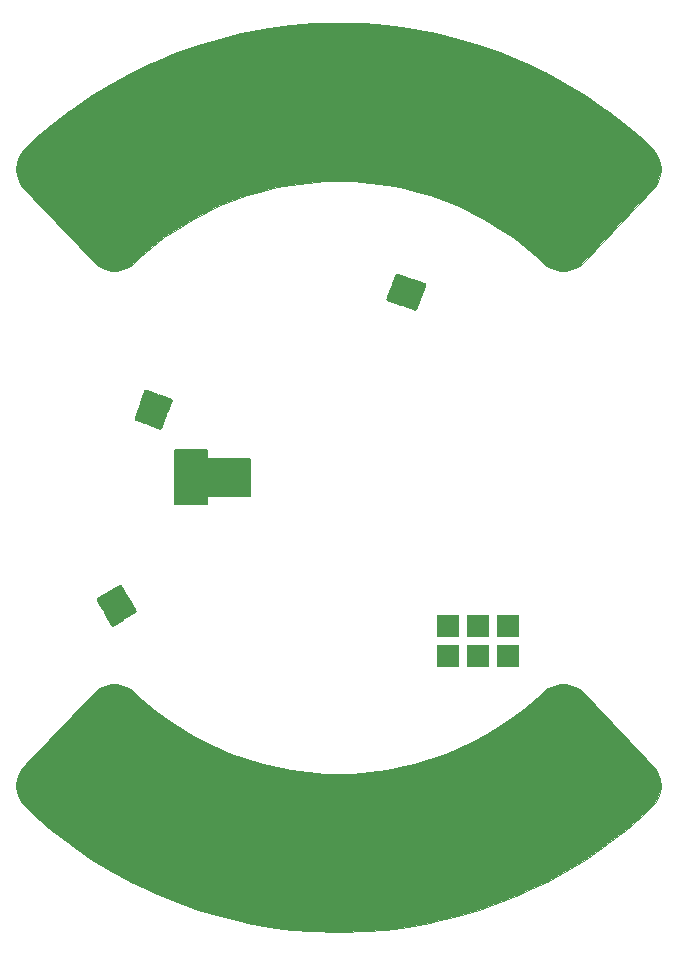
<source format=gbr>
%TF.GenerationSoftware,KiCad,Pcbnew,6.0.11+dfsg-1~bpo11+1*%
%TF.CreationDate,2023-06-19T16:06:01+00:00*%
%TF.ProjectId,USTTHUNDERMILLPCB01,55535454-4855-44e4-9445-524d494c4c50,rev?*%
%TF.SameCoordinates,Original*%
%TF.FileFunction,Soldermask,Bot*%
%TF.FilePolarity,Negative*%
%FSLAX46Y46*%
G04 Gerber Fmt 4.6, Leading zero omitted, Abs format (unit mm)*
G04 Created by KiCad (PCBNEW 6.0.11+dfsg-1~bpo11+1) date 2023-06-19 16:06:01*
%MOMM*%
%LPD*%
G01*
G04 APERTURE LIST*
G04 Aperture macros list*
%AMRoundRect*
0 Rectangle with rounded corners*
0 $1 Rounding radius*
0 $2 $3 $4 $5 $6 $7 $8 $9 X,Y pos of 4 corners*
0 Add a 4 corners polygon primitive as box body*
4,1,4,$2,$3,$4,$5,$6,$7,$8,$9,$2,$3,0*
0 Add four circle primitives for the rounded corners*
1,1,$1+$1,$2,$3*
1,1,$1+$1,$4,$5*
1,1,$1+$1,$6,$7*
1,1,$1+$1,$8,$9*
0 Add four rect primitives between the rounded corners*
20,1,$1+$1,$2,$3,$4,$5,0*
20,1,$1+$1,$4,$5,$6,$7,0*
20,1,$1+$1,$6,$7,$8,$9,0*
20,1,$1+$1,$8,$9,$2,$3,0*%
G04 Aperture macros list end*
%ADD10C,0.150000*%
%ADD11C,0.050000*%
%ADD12RoundRect,0.200000X0.618210X0.280474X-0.293291X0.612234X-0.618210X-0.280474X0.293291X-0.612234X0*%
%ADD13RoundRect,0.200000X0.652413X0.374443X-0.259089X0.706203X-0.652413X-0.374443X0.259089X-0.706203X0*%
%ADD14RoundRect,0.200000X0.561829X0.300995X-0.236910X0.591713X-0.561829X-0.300995X0.236910X-0.591713X0*%
%ADD15RoundRect,0.200000X0.596031X0.394965X-0.202708X0.685682X-0.596031X-0.394965X0.202708X-0.685682X0*%
%ADD16RoundRect,0.200000X0.280474X-0.618210X0.612234X0.293291X-0.280474X0.618210X-0.612234X-0.293291X0*%
%ADD17RoundRect,0.200000X0.374443X-0.652413X0.706203X0.259089X-0.374443X0.652413X-0.706203X-0.259089X0*%
%ADD18RoundRect,0.200000X0.300995X-0.561829X0.591713X0.236910X-0.300995X0.561829X-0.591713X-0.236910X0*%
%ADD19RoundRect,0.200000X0.394965X-0.596031X0.685682X0.202708X-0.394965X0.596031X-0.685682X-0.202708X0*%
%ADD20RoundRect,0.200000X0.182522X0.653862X-0.657522X0.168862X-0.182522X-0.653862X0.657522X-0.168862X0*%
%ADD21RoundRect,0.200000X0.132522X0.740465X-0.707522X0.255465X-0.132522X-0.740465X0.707522X-0.255465X0*%
%ADD22RoundRect,0.200000X0.130561X0.623862X-0.605561X0.198862X-0.130561X-0.623862X0.605561X-0.198862X0*%
%ADD23RoundRect,0.200000X0.080561X0.710465X-0.655561X0.285465X-0.080561X-0.710465X0.655561X-0.285465X0*%
%ADD24RoundRect,0.200000X-0.762000X0.762000X-0.762000X-0.762000X0.762000X-0.762000X0.762000X0.762000X0*%
G04 APERTURE END LIST*
D10*
X-13843200Y2294000D02*
X-11193200Y2294000D01*
X-11193200Y2294000D02*
X-11193200Y-2256000D01*
X-11193200Y-2256000D02*
X-13843200Y-2256000D01*
X-13843200Y-2256000D02*
X-13843200Y2294000D01*
G36*
X-13843200Y2294000D02*
G01*
X-11193200Y2294000D01*
X-11193200Y-2256000D01*
X-13843200Y-2256000D01*
X-13843200Y2294000D01*
G37*
X-7493200Y-1556000D02*
X-11693200Y-1556000D01*
X-11693200Y-1556000D02*
X-11693200Y1544000D01*
X-11693200Y1544000D02*
X-7493200Y1544000D01*
X-7493200Y1544000D02*
X-7493200Y-1556000D01*
G36*
X-7493200Y-1556000D02*
G01*
X-11693200Y-1556000D01*
X-11693200Y1544000D01*
X-7493200Y1544000D01*
X-7493200Y-1556000D01*
G37*
D11*
G36*
X2145408Y38436993D02*
G01*
X4024345Y38289094D01*
X5892967Y38043095D01*
X7746147Y37699597D01*
X8257354Y37590897D01*
X10090003Y37150998D01*
X11897106Y36615696D01*
X13673805Y35986496D01*
X15415107Y35265297D01*
X15892509Y35052697D01*
X17593708Y34241297D01*
X19250007Y33341998D01*
X20857006Y32357197D01*
X22410308Y31289698D01*
X22833099Y30982499D01*
X24328399Y29835099D01*
X25761505Y28611100D01*
X26459304Y27948901D01*
X26809005Y27560502D01*
X27070304Y27107901D01*
X27231903Y26610800D01*
X27286499Y26091000D01*
X27231903Y25571301D01*
X27070304Y25074200D01*
X26809005Y24621600D01*
X26459304Y24233201D01*
X20675804Y18145300D01*
X20253005Y17838101D01*
X19775505Y17625500D01*
X19264305Y17516800D01*
X18741603Y17516800D01*
X18230403Y17625500D01*
X17753002Y17838101D01*
X17330101Y18145300D01*
X16795200Y18652901D01*
X15696399Y19591401D01*
X14757400Y20311902D01*
X13781997Y20982201D01*
X12549999Y21737200D01*
X11280097Y22426701D01*
X10211898Y22936202D01*
X9118408Y23389201D01*
X7756320Y23871501D01*
X6370849Y24281901D01*
X5219993Y24558201D01*
X4056259Y24773901D01*
X2623661Y24962502D01*
X1183151Y25075902D01*
X0Y25106801D01*
X-1183152Y25075902D01*
X-2623662Y24962502D01*
X-4056260Y24773901D01*
X-5219990Y24558201D01*
X-6370850Y24281901D01*
X-7756321Y23871501D01*
X-9118409Y23389201D01*
X-10211899Y22936202D01*
X-11280100Y22426701D01*
X-12550000Y21737200D01*
X-13782000Y20982201D01*
X-14757401Y20311902D01*
X-15696400Y19591401D01*
X-16795201Y18652901D01*
X-17330102Y18145300D01*
X-17753001Y17838101D01*
X-18230401Y17625500D01*
X-18741601Y17516800D01*
X-19264292Y17516799D01*
X-19775492Y17625498D01*
X-20252993Y17838097D01*
X-20675793Y18145299D01*
X-26459294Y24233199D01*
X-26808993Y24621598D01*
X-27070293Y25074198D01*
X-27231893Y25571299D01*
X-27286493Y26090998D01*
X-27231893Y26610798D01*
X-27070293Y27107899D01*
X-26808993Y27560500D01*
X-26459294Y27948899D01*
X-25761494Y28611100D01*
X-24328393Y29835099D01*
X-22833092Y30982499D01*
X-22410294Y31289698D01*
X-20856993Y32357197D01*
X-19249993Y33341998D01*
X-17593693Y34241297D01*
X-15892495Y35052697D01*
X-15415095Y35265297D01*
X-13673794Y35986496D01*
X-11897093Y36615696D01*
X-10089993Y37150998D01*
X-8257344Y37590897D01*
X-7746132Y37699597D01*
X-5892952Y38043095D01*
X-4024334Y38289094D01*
X-2145394Y38436993D01*
X-261300Y38486294D01*
X261314Y38486294D01*
X2145408Y38436993D01*
G37*
X2145408Y38436993D02*
X4024345Y38289094D01*
X5892967Y38043095D01*
X7746147Y37699597D01*
X8257354Y37590897D01*
X10090003Y37150998D01*
X11897106Y36615696D01*
X13673805Y35986496D01*
X15415107Y35265297D01*
X15892509Y35052697D01*
X17593708Y34241297D01*
X19250007Y33341998D01*
X20857006Y32357197D01*
X22410308Y31289698D01*
X22833099Y30982499D01*
X24328399Y29835099D01*
X25761505Y28611100D01*
X26459304Y27948901D01*
X26809005Y27560502D01*
X27070304Y27107901D01*
X27231903Y26610800D01*
X27286499Y26091000D01*
X27231903Y25571301D01*
X27070304Y25074200D01*
X26809005Y24621600D01*
X26459304Y24233201D01*
X20675804Y18145300D01*
X20253005Y17838101D01*
X19775505Y17625500D01*
X19264305Y17516800D01*
X18741603Y17516800D01*
X18230403Y17625500D01*
X17753002Y17838101D01*
X17330101Y18145300D01*
X16795200Y18652901D01*
X15696399Y19591401D01*
X14757400Y20311902D01*
X13781997Y20982201D01*
X12549999Y21737200D01*
X11280097Y22426701D01*
X10211898Y22936202D01*
X9118408Y23389201D01*
X7756320Y23871501D01*
X6370849Y24281901D01*
X5219993Y24558201D01*
X4056259Y24773901D01*
X2623661Y24962502D01*
X1183151Y25075902D01*
X0Y25106801D01*
X-1183152Y25075902D01*
X-2623662Y24962502D01*
X-4056260Y24773901D01*
X-5219990Y24558201D01*
X-6370850Y24281901D01*
X-7756321Y23871501D01*
X-9118409Y23389201D01*
X-10211899Y22936202D01*
X-11280100Y22426701D01*
X-12550000Y21737200D01*
X-13782000Y20982201D01*
X-14757401Y20311902D01*
X-15696400Y19591401D01*
X-16795201Y18652901D01*
X-17330102Y18145300D01*
X-17753001Y17838101D01*
X-18230401Y17625500D01*
X-18741601Y17516800D01*
X-19264292Y17516799D01*
X-19775492Y17625498D01*
X-20252993Y17838097D01*
X-20675793Y18145299D01*
X-26459294Y24233199D01*
X-26808993Y24621598D01*
X-27070293Y25074198D01*
X-27231893Y25571299D01*
X-27286493Y26090998D01*
X-27231893Y26610798D01*
X-27070293Y27107899D01*
X-26808993Y27560500D01*
X-26459294Y27948899D01*
X-25761494Y28611100D01*
X-24328393Y29835099D01*
X-22833092Y30982499D01*
X-22410294Y31289698D01*
X-20856993Y32357197D01*
X-19249993Y33341998D01*
X-17593693Y34241297D01*
X-15892495Y35052697D01*
X-15415095Y35265297D01*
X-13673794Y35986496D01*
X-11897093Y36615696D01*
X-10089993Y37150998D01*
X-8257344Y37590897D01*
X-7746132Y37699597D01*
X-5892952Y38043095D01*
X-4024334Y38289094D01*
X-2145394Y38436993D01*
X-261300Y38486294D01*
X261314Y38486294D01*
X2145408Y38436993D01*
G36*
X-18230401Y-17625499D02*
G01*
X-17753001Y-17838100D01*
X-17330102Y-18145301D01*
X-16795201Y-18652900D01*
X-15696400Y-19591400D01*
X-14757401Y-20311897D01*
X-13782000Y-20982200D01*
X-12550000Y-21737197D01*
X-11280100Y-22426696D01*
X-10211899Y-22936203D01*
X-9118409Y-23389198D01*
X-7756321Y-23871498D01*
X-6370850Y-24281898D01*
X-5219990Y-24558197D01*
X-4056260Y-24773895D01*
X-2623662Y-24962501D01*
X-1183152Y-25075897D01*
X0Y-25106796D01*
X1183143Y-25075897D01*
X2623649Y-24962501D01*
X4056251Y-24773902D01*
X5219982Y-24558197D01*
X6370841Y-24281898D01*
X7756309Y-23871498D01*
X9118400Y-23389198D01*
X10211891Y-22936203D01*
X11280090Y-22426696D01*
X12549987Y-21737197D01*
X13781990Y-20982200D01*
X14757392Y-20311901D01*
X15696388Y-19591400D01*
X16795188Y-18652900D01*
X17330093Y-18145301D01*
X17752990Y-17838104D01*
X18230392Y-17625503D01*
X18741592Y-17516799D01*
X19264293Y-17516799D01*
X19775493Y-17625503D01*
X20252994Y-17838104D01*
X20675792Y-18145301D01*
X26459289Y-24233200D01*
X26808990Y-24621597D01*
X27070297Y-25074203D01*
X27231887Y-25571304D01*
X27286491Y-26091003D01*
X27231887Y-26610801D01*
X27070297Y-27107902D01*
X26808990Y-27560501D01*
X26459289Y-27948898D01*
X25761489Y-28611099D01*
X24328392Y-29835098D01*
X22833091Y-30982498D01*
X22410293Y-31289703D01*
X20856994Y-32357208D01*
X19249996Y-33342002D01*
X17593696Y-34241302D01*
X15892498Y-35052703D01*
X15415100Y-35265304D01*
X13673797Y-35986503D01*
X11897098Y-36615707D01*
X10089996Y-37151000D01*
X8257347Y-37590904D01*
X7746139Y-37699600D01*
X5892959Y-38043106D01*
X4024337Y-38289100D01*
X2145401Y-38436996D01*
X261306Y-38486297D01*
X-261307Y-38486297D01*
X-2145402Y-38436996D01*
X-4024338Y-38289093D01*
X-5892960Y-38043098D01*
X-7746140Y-37699600D01*
X-8257351Y-37590896D01*
X-10090001Y-37151000D01*
X-11897101Y-36615699D01*
X-13673800Y-35986495D01*
X-15415101Y-35265304D01*
X-15892500Y-35052703D01*
X-17593701Y-34241302D01*
X-19250000Y-33341995D01*
X-20857001Y-32357200D01*
X-22410302Y-31289703D01*
X-22833100Y-30982498D01*
X-24328400Y-29835098D01*
X-25761502Y-28611099D01*
X-26459301Y-27948898D01*
X-26809001Y-27560501D01*
X-27070301Y-27107902D01*
X-27231901Y-26610801D01*
X-27286500Y-26091003D01*
X-27231901Y-25571304D01*
X-27070301Y-25074203D01*
X-26809001Y-24621597D01*
X-26459301Y-24233200D01*
X-20675801Y-18145301D01*
X-20253001Y-17838100D01*
X-19775500Y-17625499D01*
X-19264300Y-17516799D01*
X-18741601Y-17516799D01*
X-18230401Y-17625499D01*
G37*
X-18230401Y-17625499D02*
X-17753001Y-17838100D01*
X-17330102Y-18145301D01*
X-16795201Y-18652900D01*
X-15696400Y-19591400D01*
X-14757401Y-20311897D01*
X-13782000Y-20982200D01*
X-12550000Y-21737197D01*
X-11280100Y-22426696D01*
X-10211899Y-22936203D01*
X-9118409Y-23389198D01*
X-7756321Y-23871498D01*
X-6370850Y-24281898D01*
X-5219990Y-24558197D01*
X-4056260Y-24773895D01*
X-2623662Y-24962501D01*
X-1183152Y-25075897D01*
X0Y-25106796D01*
X1183143Y-25075897D01*
X2623649Y-24962501D01*
X4056251Y-24773902D01*
X5219982Y-24558197D01*
X6370841Y-24281898D01*
X7756309Y-23871498D01*
X9118400Y-23389198D01*
X10211891Y-22936203D01*
X11280090Y-22426696D01*
X12549987Y-21737197D01*
X13781990Y-20982200D01*
X14757392Y-20311901D01*
X15696388Y-19591400D01*
X16795188Y-18652900D01*
X17330093Y-18145301D01*
X17752990Y-17838104D01*
X18230392Y-17625503D01*
X18741592Y-17516799D01*
X19264293Y-17516799D01*
X19775493Y-17625503D01*
X20252994Y-17838104D01*
X20675792Y-18145301D01*
X26459289Y-24233200D01*
X26808990Y-24621597D01*
X27070297Y-25074203D01*
X27231887Y-25571304D01*
X27286491Y-26091003D01*
X27231887Y-26610801D01*
X27070297Y-27107902D01*
X26808990Y-27560501D01*
X26459289Y-27948898D01*
X25761489Y-28611099D01*
X24328392Y-29835098D01*
X22833091Y-30982498D01*
X22410293Y-31289703D01*
X20856994Y-32357208D01*
X19249996Y-33342002D01*
X17593696Y-34241302D01*
X15892498Y-35052703D01*
X15415100Y-35265304D01*
X13673797Y-35986503D01*
X11897098Y-36615707D01*
X10089996Y-37151000D01*
X8257347Y-37590904D01*
X7746139Y-37699600D01*
X5892959Y-38043106D01*
X4024337Y-38289100D01*
X2145401Y-38436996D01*
X261306Y-38486297D01*
X-261307Y-38486297D01*
X-2145402Y-38436996D01*
X-4024338Y-38289093D01*
X-5892960Y-38043098D01*
X-7746140Y-37699600D01*
X-8257351Y-37590896D01*
X-10090001Y-37151000D01*
X-11897101Y-36615699D01*
X-13673800Y-35986495D01*
X-15415101Y-35265304D01*
X-15892500Y-35052703D01*
X-17593701Y-34241302D01*
X-19250000Y-33341995D01*
X-20857001Y-32357200D01*
X-22410302Y-31289703D01*
X-22833100Y-30982498D01*
X-24328400Y-29835098D01*
X-25761502Y-28611099D01*
X-26459301Y-27948898D01*
X-26809001Y-27560501D01*
X-27070301Y-27107902D01*
X-27231901Y-26610801D01*
X-27286500Y-26091003D01*
X-27231901Y-25571304D01*
X-27070301Y-25074203D01*
X-26809001Y-24621597D01*
X-26459301Y-24233200D01*
X-20675801Y-18145301D01*
X-20253001Y-17838100D01*
X-19775500Y-17625499D01*
X-19264300Y-17516799D01*
X-18741601Y-17516799D01*
X-18230401Y-17625499D01*
D12*
%TO.C,U6*%
X-14903278Y6204862D03*
D13*
X-15365005Y4936277D03*
D14*
X-16030909Y6615286D03*
D15*
X-16492636Y5346701D03*
%TD*%
D16*
%TO.C,U13*%
X6204862Y14903278D03*
D17*
X4936277Y15365005D03*
D18*
X6615286Y16030909D03*
D19*
X5346701Y16492636D03*
%TD*%
D20*
%TO.C,U5*%
X-18655617Y-9930332D03*
D21*
X-17980617Y-11099466D03*
D22*
X-19694847Y-10530332D03*
D23*
X-19019847Y-11699466D03*
%TD*%
D24*
%TO.C,J4*%
X9282400Y-12555800D03*
X9282400Y-15095800D03*
X11822400Y-12555800D03*
X11822400Y-15095800D03*
X14362400Y-12555800D03*
X14362400Y-15095800D03*
%TD*%
M02*

</source>
